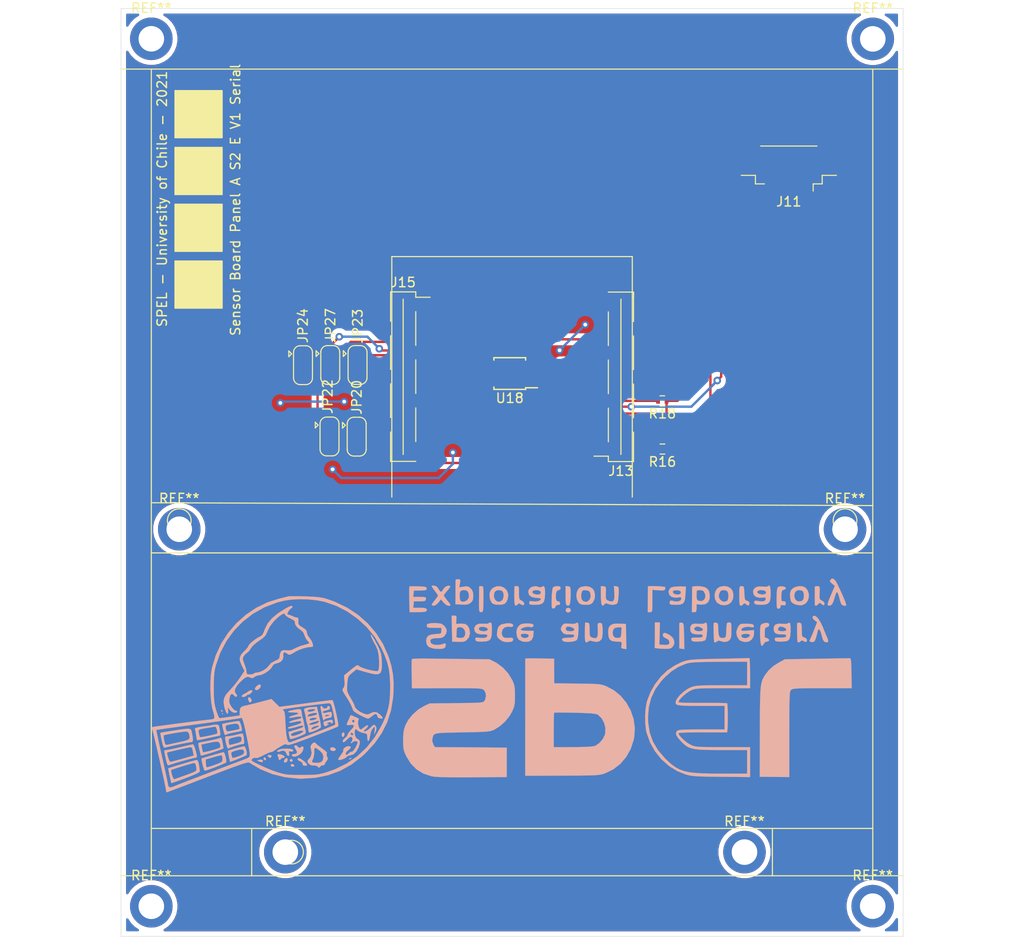
<source format=kicad_pcb>
(kicad_pcb (version 20171130) (host pcbnew "(5.1.2)-2")
  (layers (0 F.Cu signal) (31 B.Cu signal) (34 B.Paste user) (35 F.Paste user) (36 B.SilkS user) (37 F.SilkS user) (38 B.Mask user) (39 F.Mask user) (44 Edge.Cuts user))
  (net 0 "")
  (net 1 RPI_SCL)
  (net 2 RPI_SDA)
  (net 3 GND)
  (net 4 MAG_3V3)
  (net 5 "Net-(J13-Pad5)")
  (net 6 "Net-(J13-Pad6)")
  (net 7 MAG2_BIT0)
  (net 8 MAG2_BIT1)
  (net 9 "Net-(J15-Pad2)")
  (net 10 "Net-(J15-Pad4)")
  (net 11 "Net-(J15-Pad1)")
  (net 12 MAG2_A0)
  (net 13 MAG2_A2)
  (net 14 MAG2_A1)
  (net 15 "Net-(U18-Pad3)")
  (module L86:SPEL_logo (layer B.Cu) (at 161.81 212.48)
    (fp_text reference G*** hide)
    (fp_text value LOGO hide)
  )
  (module Mounting_Holes:MountingHole_2.7mm_M2.5_ISO14580_Pad (layer F.Cu) (at 187.45 230.1)
    (fp_text reference REF** (at 0 -3.25) (layer F.SilkS))
    (fp_text value MountingHole_2.7mm_M2.5_ISO14580_Pad)
    (pad 1 thru_hole circle (at 0 0) (size 4.5 4.5) (drill 2.7) (layers *.Cu *.Mask))
  )
  (module Mounting_Holes:MountingHole_2.7mm_M2.5_ISO14580_Pad (layer F.Cu) (at 138.95 230.1)
    (fp_text reference REF** (at 0 -3.25) (layer F.SilkS))
    (fp_text value MountingHole_2.7mm_M2.5_ISO14580_Pad)
    (pad 1 thru_hole circle (at 0 0) (size 4.5 4.5) (drill 2.7) (layers *.Cu *.Mask))
  )
  (module Mounting_Holes:MountingHole_2.7mm_M2.5_ISO14580_Pad (layer F.Cu) (at 198.07 196)
    (fp_text reference REF** (at 0 -3.25) (layer F.SilkS))
    (fp_text value MountingHole_2.7mm_M2.5_ISO14580_Pad)
    (pad 1 thru_hole circle (at 0 0) (size 4.5 4.5) (drill 2.7) (layers *.Cu *.Mask))
  )
  (module Mounting_Holes:MountingHole_2.7mm_M2.5_ISO14580_Pad (layer F.Cu) (at 127.75 196)
    (fp_text reference REF** (at 0 -3.25) (layer F.SilkS))
    (fp_text value MountingHole_2.7mm_M2.5_ISO14580_Pad)
    (pad 1 thru_hole circle (at 0 0) (size 4.5 4.5) (drill 2.7) (layers *.Cu *.Mask))
  )
  (module Mounting_Holes:MountingHole_2.7mm_M2.5_ISO14580_Pad (layer F.Cu) (at 200.99 235.81)
    (fp_text reference REF** (at 0 -3.25) (layer F.SilkS))
    (fp_text value MountingHole_2.7mm_M2.5_ISO14580_Pad)
    (pad 1 thru_hole circle (at 0 0) (size 4.5 4.5) (drill 2.7) (layers *.Cu *.Mask))
  )
  (module Mounting_Holes:MountingHole_2.7mm_M2.5_ISO14580_Pad (layer F.Cu) (at 124.8 235.82)
    (fp_text reference REF** (at 0 -3.25) (layer F.SilkS))
    (fp_text value MountingHole_2.7mm_M2.5_ISO14580_Pad)
    (pad 1 thru_hole circle (at 0 0) (size 4.5 4.5) (drill 2.7) (layers *.Cu *.Mask))
  )
  (module Mounting_Holes:MountingHole_2.7mm_M2.5_ISO14580_Pad (layer F.Cu) (at 201 144.21)
    (fp_text reference REF** (at 0 -3.25) (layer F.SilkS))
    (fp_text value MountingHole_2.7mm_M2.5_ISO14580_Pad)
    (pad 1 thru_hole circle (at 0 0) (size 4.5 4.5) (drill 2.7) (layers *.Cu *.Mask))
  )
  (module Mounting_Holes:MountingHole_2.7mm_M2.5_ISO14580_Pad (layer F.Cu) (at 124.8 144.2)
    (fp_text reference REF** (at 0 -3.25) (layer F.SilkS))
    (fp_text value MountingHole_2.7mm_M2.5_ISO14580_Pad)
    (pad 1 thru_hole circle (at 0 0) (size 4.5 4.5) (drill 2.7) (layers *.Cu *.Mask))
  )
  (module Connectors_Molex:Molex_PicoBlade_53398-0471_04x1.25mm_Straight (layer F.Cu) (at 192.13 158.15 180)
    (fp_text reference J11 (at 0 -3.25) (layer F.SilkS))
    (fp_text value Conn_01x04_Male)
    (pad 1 smd rect (at -1.875 -1.375 180) (size 0.8 1.5) (layers F.Cu F.Paste F.Mask) (net 3 GND))
    (pad 2 smd rect (at -0.625 -1.375 180) (size 0.8 1.5) (layers F.Cu F.Paste F.Mask) (net 2 RPI_SDA))
    (pad 3 smd rect (at 0.625 -1.375 180) (size 0.8 1.5) (layers F.Cu F.Paste F.Mask) (net 1 RPI_SCL))
    (pad 4 smd rect (at 1.875 -1.375 180) (size 0.8 1.5) (layers F.Cu F.Paste F.Mask) (net 4 MAG_3V3))
    (pad "" smd rect (at -4.375 1.375 180) (size 2.2 3.1) (layers F.Cu F.Paste F.Mask))
    (pad "" smd rect (at 4.375 1.375 180) (size 2.2 3.1) (layers F.Cu F.Paste F.Mask))
  )
  (module Pin_Headers:Pin_Header_Straight_1x07_Pitch2.54mm_SMD_Pin1Right (layer F.Cu) (at 174.4 179.9 180)
    (fp_text reference J13 (at 0 -9.95) (layer F.SilkS))
    (fp_text value Conn_01x07_Female)
    (pad 7 smd rect (at 1.655 7.62 180) (size 2.51 1) (layers F.Cu F.Paste F.Mask) (net 3 GND))
    (pad 5 smd rect (at 1.655 2.54 180) (size 2.51 1) (layers F.Cu F.Paste F.Mask) (net 5 "Net-(J13-Pad5)"))
    (pad 3 smd rect (at 1.655 -2.54 180) (size 2.51 1) (layers F.Cu F.Paste F.Mask) (net 2 RPI_SDA))
    (pad 1 smd rect (at 1.655 -7.62 180) (size 2.51 1) (layers F.Cu F.Paste F.Mask) (net 1 RPI_SCL))
    (pad 6 smd rect (at -1.655 5.08 180) (size 2.51 1) (layers F.Cu F.Paste F.Mask) (net 6 "Net-(J13-Pad6)"))
    (pad 4 smd rect (at -1.655 0 180) (size 2.51 1) (layers F.Cu F.Paste F.Mask) (net 7 MAG2_BIT0))
    (pad 2 smd rect (at -1.655 -5.08 180) (size 2.51 1) (layers F.Cu F.Paste F.Mask) (net 8 MAG2_BIT1))
  )
  (module Pin_Headers:Pin_Header_Straight_1x07_Pitch2.54mm_SMD_Pin1Right (layer F.Cu) (at 151.4 179.88)
    (fp_text reference J15 (at 0 -9.95) (layer F.SilkS))
    (fp_text value Conn_01x07_Female)
    (pad 2 smd rect (at -1.655 -5.08) (size 2.51 1) (layers F.Cu F.Paste F.Mask) (net 9 "Net-(J15-Pad2)"))
    (pad 4 smd rect (at -1.655 0) (size 2.51 1) (layers F.Cu F.Paste F.Mask) (net 10 "Net-(J15-Pad4)"))
    (pad 6 smd rect (at -1.655 5.08) (size 2.51 1) (layers F.Cu F.Paste F.Mask) (net 4 MAG_3V3))
    (pad 1 smd rect (at 1.655 -7.62) (size 2.51 1) (layers F.Cu F.Paste F.Mask) (net 11 "Net-(J15-Pad1)"))
    (pad 3 smd rect (at 1.655 -2.54) (size 2.51 1) (layers F.Cu F.Paste F.Mask) (net 4 MAG_3V3))
    (pad 5 smd rect (at 1.655 2.54) (size 2.51 1) (layers F.Cu F.Paste F.Mask) (net 4 MAG_3V3))
    (pad 7 smd rect (at 1.655 7.62) (size 2.51 1) (layers F.Cu F.Paste F.Mask) (net 3 GND))
  )
  (module Jumper:SolderJumper-3_P1.3mm_Open_RoundedPad1.0x1.5mm (layer F.Cu) (at 146.49 186.22 270)
    (fp_text reference JP20 (at -4.16 -0.01 90) (layer F.SilkS))
    (fp_text value Jumper_3_Open)
    (pad 1 smd custom (at -1.3 0 270) (size 1 0.5) (layers F.Cu F.Mask) (net 4 MAG_3V3) (options (clearance outline) (anchor rect)) (primitives (gr_circle (center 0 0.25) (end 0.5 0.25) (width 0)) (gr_circle (center 0 -0.25) (end 0.5 -0.25) (width 0)) (gr_poly (pts (xy 0.55 -0.75) (xy 0 -0.75) (xy 0 0.75) (xy 0.55 0.75)) (width 0))))
    (pad 3 smd custom (at 1.3 0 270) (size 1 0.5) (layers F.Cu F.Mask) (net 3 GND) (options (clearance outline) (anchor rect)) (primitives (gr_circle (center 0 0.25) (end 0.5 0.25) (width 0)) (gr_circle (center 0 -0.25) (end 0.5 -0.25) (width 0)) (gr_poly (pts (xy -0.55 -0.75) (xy 0 -0.75) (xy 0 0.75) (xy -0.55 0.75)) (width 0))))
    (pad 2 smd rect (at 0 0 270) (size 1 1.5) (layers F.Cu F.Mask) (net 7 MAG2_BIT0))
  )
  (module Jumper:SolderJumper-3_P1.3mm_Open_RoundedPad1.0x1.5mm (layer F.Cu) (at 143.62 186.2 270)
    (fp_text reference JP22 (at -4.21 0.19 90) (layer F.SilkS))
    (fp_text value Jumper_3_Open)
    (pad 2 smd rect (at 0 0 270) (size 1 1.5) (layers F.Cu F.Mask) (net 8 MAG2_BIT1))
    (pad 3 smd custom (at 1.3 0 270) (size 1 0.5) (layers F.Cu F.Mask) (net 3 GND) (options (clearance outline) (anchor rect)) (primitives (gr_circle (center 0 0.25) (end 0.5 0.25) (width 0)) (gr_circle (center 0 -0.25) (end 0.5 -0.25) (width 0)) (gr_poly (pts (xy -0.55 -0.75) (xy 0 -0.75) (xy 0 0.75) (xy -0.55 0.75)) (width 0))))
    (pad 1 smd custom (at -1.3 0 270) (size 1 0.5) (layers F.Cu F.Mask) (net 4 MAG_3V3) (options (clearance outline) (anchor rect)) (primitives (gr_circle (center 0 0.25) (end 0.5 0.25) (width 0)) (gr_circle (center 0 -0.25) (end 0.5 -0.25) (width 0)) (gr_poly (pts (xy 0.55 -0.75) (xy 0 -0.75) (xy 0 0.75) (xy 0.55 0.75)) (width 0))))
  )
  (module Resistors_SMD:R_0402 (layer F.Cu) (at 178.78 187.53 180)
    (fp_text reference R16 (at 0 -1.35) (layer F.SilkS))
    (fp_text value R)
    (pad 2 smd rect (at 0.45 0 180) (size 0.4 0.6) (layers F.Cu F.Paste F.Mask) (net 1 RPI_SCL))
    (pad 1 smd rect (at -0.45 0 180) (size 0.4 0.6) (layers F.Cu F.Paste F.Mask) (net 4 MAG_3V3))
  )
  (module Resistors_SMD:R_0402 (layer F.Cu) (at 178.77 182.44 180)
    (fp_text reference R18 (at 0 -1.35) (layer F.SilkS))
    (fp_text value R)
    (pad 1 smd rect (at -0.45 0 180) (size 0.4 0.6) (layers F.Cu F.Paste F.Mask) (net 4 MAG_3V3))
    (pad 2 smd rect (at 0.45 0 180) (size 0.4 0.6) (layers F.Cu F.Paste F.Mask) (net 2 RPI_SDA))
  )
  (module Jumper:SolderJumper-3_P1.3mm_Open_RoundedPad1.0x1.5mm (layer F.Cu) (at 146.58 178.65 270)
    (fp_text reference JP23 (at -4.1 -0.02 90) (layer F.SilkS))
    (fp_text value Jumper_3_Open)
    (pad 1 smd custom (at -1.3 0 270) (size 1 0.5) (layers F.Cu F.Mask) (net 4 MAG_3V3) (options (clearance outline) (anchor rect)) (primitives (gr_circle (center 0 0.25) (end 0.5 0.25) (width 0)) (gr_circle (center 0 -0.25) (end 0.5 -0.25) (width 0)) (gr_poly (pts (xy 0.55 -0.75) (xy 0 -0.75) (xy 0 0.75) (xy 0.55 0.75)) (width 0))))
    (pad 3 smd custom (at 1.3 0 270) (size 1 0.5) (layers F.Cu F.Mask) (net 3 GND) (options (clearance outline) (anchor rect)) (primitives (gr_circle (center 0 0.25) (end 0.5 0.25) (width 0)) (gr_circle (center 0 -0.25) (end 0.5 -0.25) (width 0)) (gr_poly (pts (xy -0.55 -0.75) (xy 0 -0.75) (xy 0 0.75) (xy -0.55 0.75)) (width 0))))
    (pad 2 smd rect (at 0 0 270) (size 1 1.5) (layers F.Cu F.Mask) (net 12 MAG2_A0))
  )
  (module Jumper:SolderJumper-3_P1.3mm_Open_RoundedPad1.0x1.5mm (layer F.Cu) (at 140.82 178.67 270)
    (fp_text reference JP24 (at -4.17 0.01 90) (layer F.SilkS))
    (fp_text value Jumper_3_Open)
    (pad 2 smd rect (at 0 0 270) (size 1 1.5) (layers F.Cu F.Mask) (net 13 MAG2_A2))
    (pad 3 smd custom (at 1.3 0 270) (size 1 0.5) (layers F.Cu F.Mask) (net 3 GND) (options (clearance outline) (anchor rect)) (primitives (gr_circle (center 0 0.25) (end 0.5 0.25) (width 0)) (gr_circle (center 0 -0.25) (end 0.5 -0.25) (width 0)) (gr_poly (pts (xy -0.55 -0.75) (xy 0 -0.75) (xy 0 0.75) (xy -0.55 0.75)) (width 0))))
    (pad 1 smd custom (at -1.3 0 270) (size 1 0.5) (layers F.Cu F.Mask) (net 4 MAG_3V3) (options (clearance outline) (anchor rect)) (primitives (gr_circle (center 0 0.25) (end 0.5 0.25) (width 0)) (gr_circle (center 0 -0.25) (end 0.5 -0.25) (width 0)) (gr_poly (pts (xy 0.55 -0.75) (xy 0 -0.75) (xy 0 0.75) (xy 0.55 0.75)) (width 0))))
  )
  (module Jumper:SolderJumper-3_P1.3mm_Open_RoundedPad1.0x1.5mm (layer F.Cu) (at 143.7 178.65 270)
    (fp_text reference JP27 (at -4.17 -0.02 90) (layer F.SilkS))
    (fp_text value Jumper_3_Open)
    (pad 1 smd custom (at -1.3 0 270) (size 1 0.5) (layers F.Cu F.Mask) (net 4 MAG_3V3) (options (clearance outline) (anchor rect)) (primitives (gr_circle (center 0 0.25) (end 0.5 0.25) (width 0)) (gr_circle (center 0 -0.25) (end 0.5 -0.25) (width 0)) (gr_poly (pts (xy 0.55 -0.75) (xy 0 -0.75) (xy 0 0.75) (xy 0.55 0.75)) (width 0))))
    (pad 3 smd custom (at 1.3 0 270) (size 1 0.5) (layers F.Cu F.Mask) (net 3 GND) (options (clearance outline) (anchor rect)) (primitives (gr_circle (center 0 0.25) (end 0.5 0.25) (width 0)) (gr_circle (center 0 -0.25) (end 0.5 -0.25) (width 0)) (gr_poly (pts (xy -0.55 -0.75) (xy 0 -0.75) (xy 0 0.75) (xy -0.55 0.75)) (width 0))))
    (pad 2 smd rect (at 0 0 270) (size 1 1.5) (layers F.Cu F.Mask) (net 14 MAG2_A1))
  )
  (module Housings_SSOP:MSOP-8_3x3mm_Pitch0.65mm (layer F.Cu) (at 162.66 179.555 180)
    (fp_text reference U18 (at 0 -2.6) (layer F.SilkS))
    (fp_text value MCP9804_MSOP)
    (pad 1 smd rect (at -2.2 -0.975 180) (size 1.45 0.45) (layers F.Cu F.Paste F.Mask) (net 2 RPI_SDA))
    (pad 2 smd rect (at -2.2 -0.325 180) (size 1.45 0.45) (layers F.Cu F.Paste F.Mask) (net 1 RPI_SCL))
    (pad 3 smd rect (at -2.2 0.325 180) (size 1.45 0.45) (layers F.Cu F.Paste F.Mask) (net 15 "Net-(U18-Pad3)"))
    (pad 4 smd rect (at -2.2 0.975 180) (size 1.45 0.45) (layers F.Cu F.Paste F.Mask) (net 3 GND))
    (pad 5 smd rect (at 2.2 0.975 180) (size 1.45 0.45) (layers F.Cu F.Paste F.Mask) (net 13 MAG2_A2))
    (pad 6 smd rect (at 2.2 0.325 180) (size 1.45 0.45) (layers F.Cu F.Paste F.Mask) (net 14 MAG2_A1))
    (pad 7 smd rect (at 2.2 -0.325 180) (size 1.45 0.45) (layers F.Cu F.Paste F.Mask) (net 12 MAG2_A0))
    (pad 8 smd rect (at 2.2 -0.975 180) (size 1.45 0.45) (layers F.Cu F.Paste F.Mask) (net 4 MAG_3V3))
  )
  (gr_poly (pts (xy 127.29 161.66) (xy 132.29 161.66) (xy 132.29 166.66) (xy 127.29 166.66)) (layer F.SilkS) (width 0.1))
  (gr_poly (pts (xy 127.29 155.66) (xy 132.29 155.66) (xy 132.29 160.66) (xy 127.29 160.66)) (layer F.SilkS) (width 0.1))
  (gr_poly (pts (xy 127.29 167.66) (xy 132.29 167.66) (xy 132.29 172.66) (xy 127.29 172.66)) (layer F.SilkS) (width 0.1))
  (gr_poly (pts (xy 127.29 149.66) (xy 132.29 149.66) (xy 132.29 154.66) (xy 127.29 154.66)) (layer F.SilkS) (width 0.1))
  (gr_text "SPEL - University of Chile - 2021" (at 125.94 161.11 90) (layer F.SilkS) (effects (font (size 1 1))))
  (gr_text "Sensor Board Panel A S2 E V1 Serial" (at 133.69 161.21 90) (layer F.SilkS) (effects (font (size 1 1))))
  (gr_line (start 190.4 227.6) (end 190.4 232.6) (layer F.SilkS) (width 0.12))
  (gr_line (start 135.4 227.6) (end 135.4 232.6) (layer F.SilkS) (width 0.12))
  (gr_circle (center 139.61 230.1) (end 140.86 230.1) (layer F.SilkS) (width 0.12))
  (gr_circle (center 187.44 230.1) (end 188.69 230.1) (layer F.SilkS) (width 0.12))
  (gr_line (start 151.4 188.099978) (end 151.4 171.7) (layer F.SilkS) (width 0.12))
  (gr_line (start 174.4 188.1) (end 174.4 171.7) (layer F.SilkS) (width 0.12))
  (gr_line (start 175.6 167.2) (end 150.2 167.2) (layer F.SilkS) (width 0.12))
  (gr_line (start 150.2 192.6) (end 150.2 167.2) (layer F.SilkS) (width 0.12))
  (gr_line (start 175.6 192.6) (end 175.6 167.2) (layer F.SilkS) (width 0.12))
  (gr_circle (center 127.75 195.09) (end 129 195.09) (layer F.SilkS) (width 0.12))
  (gr_circle (center 198.07 195.089967) (end 196.82 195.08) (layer F.SilkS) (width 0.12))
  (gr_line (start 201 198.5) (end 124.8 198.5) (layer F.SilkS) (width 0.12))
  (gr_line (start 201 227.6) (end 124.8 227.6) (layer F.SilkS) (width 0.12))
  (gr_line (start 201 193.5) (end 124.8 193.2) (layer F.SilkS) (width 0.12))
  (gr_circle (center 201 235.8) (end 202.25 235.8) (layer F.SilkS) (width 0.12))
  (gr_circle (center 124.8 235.8) (end 126.05 235.8) (layer F.SilkS) (width 0.12))
  (gr_line (start 204.2 239) (end 121.6 239) (layer Edge.Cuts) (width 0.05))
  (gr_circle (center 124.8 144.2) (end 126.05 144.2) (layer F.SilkS) (width 0.12))
  (gr_circle (center 201 144.2) (end 202.25 144.2) (layer F.SilkS) (width 0.12))
  (gr_line (start 204.2 141) (end 204.2 239) (layer Edge.Cuts) (width 0.05))
  (gr_line (start 121.6 239) (end 121.6 141) (layer Edge.Cuts) (width 0.05))
  (gr_line (start 121.6 141) (end 204.2 141) (layer Edge.Cuts) (width 0.05))
  (gr_line (start 201 147.4) (end 201 232.6) (layer F.SilkS) (width 0.12))
  (gr_line (start 124.8 232.6) (end 124.8 147.4) (layer F.SilkS) (width 0.12))
  (gr_line (start 121.6 232.6) (end 204.2 232.6) (layer F.SilkS) (width 0.12))
  (gr_line (start 204.2 147.4) (end 121.6 147.4) (layer F.SilkS) (width 0.12))
  (segment (start 178.32 187.52) (end 178.33 187.53) (width 0.25) (layer F.Cu) (net 1))
  (segment (start 172.745 187.52) (end 178.32 187.52) (width 0.25) (layer F.Cu) (net 1))
  (segment (start 174.42 186.31) (end 173.21 187.52) (width 0.25) (layer F.Cu) (net 1))
  (segment (start 177.85 186.31) (end 174.42 186.31) (width 0.25) (layer F.Cu) (net 1))
  (segment (start 178.34 185.82) (end 177.85 186.31) (width 0.25) (layer F.Cu) (net 1))
  (segment (start 178.34 184.29) (end 178.34 185.82) (width 0.25) (layer F.Cu) (net 1))
  (segment (start 165.92 181.44) (end 168.285001 179.074999) (width 0.25) (layer F.Cu) (net 1))
  (segment (start 163.77 181.44) (end 165.92 181.44) (width 0.25) (layer F.Cu) (net 1))
  (segment (start 163.34 180.36) (end 163.34 181.01) (width 0.25) (layer F.Cu) (net 1))
  (segment (start 178.17 179.39) (end 178.17 180.52) (width 0.25) (layer F.Cu) (net 1))
  (segment (start 164.86 179.88) (end 163.82 179.88) (width 0.25) (layer F.Cu) (net 1))
  (segment (start 168.285001 179.074999) (end 177.854999 179.074999) (width 0.25) (layer F.Cu) (net 1))
  (segment (start 163.82 179.88) (end 163.34 180.36) (width 0.25) (layer F.Cu) (net 1))
  (segment (start 178.17 180.52) (end 177.75001 180.93999) (width 0.25) (layer F.Cu) (net 1))
  (segment (start 177.854999 179.074999) (end 178.17 179.39) (width 0.25) (layer F.Cu) (net 1))
  (segment (start 177.75001 180.93999) (end 171.21001 180.93999) (width 0.25) (layer F.Cu) (net 1))
  (segment (start 171.21001 180.93999) (end 170.4 181.75) (width 0.25) (layer F.Cu) (net 1))
  (segment (start 171.24 183.78) (end 177.83 183.78) (width 0.25) (layer F.Cu) (net 1))
  (segment (start 173.21 187.52) (end 172.745 187.52) (width 0.25) (layer F.Cu) (net 1))
  (segment (start 170.4 181.75) (end 170.4 182.94) (width 0.25) (layer F.Cu) (net 1))
  (segment (start 170.4 182.94) (end 171.24 183.78) (width 0.25) (layer F.Cu) (net 1))
  (segment (start 163.34 181.01) (end 163.77 181.44) (width 0.25) (layer F.Cu) (net 1))
  (segment (start 177.83 183.78) (end 178.34 184.29) (width 0.25) (layer F.Cu) (net 1))
  (segment (start 191.505 160.745) (end 191.505 159.525) (width 0.25) (layer F.Cu) (net 1))
  (segment (start 172.745 188.785) (end 173.81 189.85) (width 0.25) (layer F.Cu) (net 1))
  (segment (start 172.745 187.52) (end 172.745 188.785) (width 0.25) (layer F.Cu) (net 1))
  (segment (start 173.81 189.85) (end 179.53 189.85) (width 0.25) (layer F.Cu) (net 1))
  (segment (start 179.53 189.85) (end 183.85 185.53) (width 0.25) (layer F.Cu) (net 1))
  (segment (start 183.85 185.53) (end 183.85 168.4) (width 0.25) (layer F.Cu) (net 1))
  (segment (start 183.85 168.4) (end 191.505 160.745) (width 0.25) (layer F.Cu) (net 1))
  (segment (start 165.835 180.53) (end 164.86 180.53) (width 0.25) (layer F.Cu) (net 2))
  (segment (start 167.985 178.38) (end 165.835 180.53) (width 0.25) (layer F.Cu) (net 2))
  (segment (start 173.135 182.05) (end 177.276411 182.05) (width 0.25) (layer F.Cu) (net 2))
  (segment (start 172.745 182.44) (end 173.135 182.05) (width 0.25) (layer F.Cu) (net 2))
  (segment (start 177.276411 182.05) (end 178.66 180.666411) (width 0.25) (layer F.Cu) (net 2))
  (segment (start 178.66 180.666411) (end 178.66 179.14) (width 0.25) (layer F.Cu) (net 2))
  (segment (start 178.66 179.14) (end 177.9 178.38) (width 0.25) (layer F.Cu) (net 2))
  (segment (start 177.9 178.38) (end 167.985 178.38) (width 0.25) (layer F.Cu) (net 2))
  (segment (start 172.745 182.44) (end 178.32 182.44) (width 0.25) (layer F.Cu) (net 2))
  (segment (start 192.755 160.525) (end 192.76 160.53) (width 0.25) (layer F.Cu) (net 2))
  (segment (start 192.755 159.525) (end 192.755 160.525) (width 0.25) (layer F.Cu) (net 2))
  (segment (start 192.76 160.53) (end 192.76 160.98) (width 0.25) (layer F.Cu) (net 2))
  (segment (start 192.76 160.98) (end 184.99 168.75) (width 0.25) (layer F.Cu) (net 2))
  (via (at 184.575 180.29) (size 0.8) (drill 0.4) (layers F.Cu B.Cu) (net 2))
  (segment (start 184.99 168.75) (end 184.99 179.875) (width 0.25) (layer F.Cu) (net 2))
  (segment (start 184.99 179.875) (end 184.575 180.29) (width 0.25) (layer F.Cu) (net 2))
  (segment (start 184.175001 180.689999) (end 184.175001 180.714999) (width 0.25) (layer B.Cu) (net 2))
  (segment (start 184.575 180.29) (end 184.175001 180.689999) (width 0.25) (layer B.Cu) (net 2))
  (via (at 175.49 183.055) (size 0.8) (drill 0.4) (layers F.Cu B.Cu) (net 2))
  (segment (start 184.175001 180.714999) (end 181.835 183.055) (width 0.25) (layer B.Cu) (net 2))
  (segment (start 181.835 183.055) (end 175.49 183.055) (width 0.25) (layer B.Cu) (net 2))
  (segment (start 173.36 183.055) (end 172.745 182.44) (width 0.25) (layer F.Cu) (net 2))
  (segment (start 175.49 183.055) (end 173.36 183.055) (width 0.25) (layer F.Cu) (net 2))
  (via (at 145.17 182.52) (size 0.8) (drill 0.4) (layers F.Cu B.Cu) (net 3))
  (via (at 138.43 182.66) (size 0.8) (drill 0.4) (layers F.Cu B.Cu) (net 3))
  (segment (start 143.7 181.05) (end 145.17 182.52) (width 0.25) (layer F.Cu) (net 3))
  (segment (start 143.7 179.95) (end 143.7 181.05) (width 0.25) (layer F.Cu) (net 3))
  (segment (start 138.57 182.52) (end 138.43 182.66) (width 0.25) (layer B.Cu) (net 3))
  (segment (start 145.17 182.52) (end 138.57 182.52) (width 0.25) (layer B.Cu) (net 3))
  (via (at 156.65 187.89) (size 0.8) (drill 0.4) (layers F.Cu B.Cu) (net 3))
  (segment (start 153.055 187.5) (end 156.26 187.5) (width 0.25) (layer F.Cu) (net 3))
  (segment (start 156.26 187.5) (end 156.65 187.89) (width 0.25) (layer F.Cu) (net 3))
  (segment (start 156.65 187.89) (end 156.65 188.455685) (width 0.25) (layer B.Cu) (net 3))
  (segment (start 156.65 188.455685) (end 156.65 189.1) (width 0.25) (layer B.Cu) (net 3))
  (segment (start 156.65 189.1) (end 155.16 190.59) (width 0.25) (layer B.Cu) (net 3))
  (via (at 143.95 189.67) (size 0.8) (drill 0.4) (layers F.Cu B.Cu) (net 3))
  (segment (start 155.16 190.59) (end 144.87 190.59) (width 0.25) (layer B.Cu) (net 3))
  (segment (start 144.87 190.59) (end 143.95 189.67) (width 0.25) (layer B.Cu) (net 3))
  (segment (start 143.95 187.83) (end 143.62 187.5) (width 0.25) (layer F.Cu) (net 3))
  (segment (start 143.95 189.67) (end 143.95 187.83) (width 0.25) (layer F.Cu) (net 3))
  (via (at 167.92 177.1) (size 0.8) (drill 0.4) (layers F.Cu B.Cu) (net 3))
  (segment (start 164.86 178.58) (end 166.44 178.58) (width 0.25) (layer F.Cu) (net 3))
  (segment (start 166.44 178.58) (end 167.92 177.1) (width 0.25) (layer F.Cu) (net 3))
  (segment (start 167.92 177.1) (end 168.319999 176.700001) (width 0.25) (layer B.Cu) (net 3))
  (via (at 170.63 174.39) (size 0.8) (drill 0.4) (layers F.Cu B.Cu) (net 3))
  (segment (start 168.319999 176.700001) (end 170.63 174.39) (width 0.25) (layer B.Cu) (net 3))
  (segment (start 172.74 172.28) (end 172.745 172.28) (width 0.25) (layer F.Cu) (net 3))
  (segment (start 170.63 174.39) (end 172.74 172.28) (width 0.25) (layer F.Cu) (net 3))
  (segment (start 143.68 177.37) (end 143.7 177.35) (width 0.25) (layer F.Cu) (net 4))
  (segment (start 140.82 177.37) (end 143.68 177.37) (width 0.25) (layer F.Cu) (net 4))
  (segment (start 146.47 184.9) (end 146.49 184.92) (width 0.25) (layer F.Cu) (net 4))
  (segment (start 143.62 184.9) (end 146.47 184.9) (width 0.25) (layer F.Cu) (net 4))
  (segment (start 149.705 184.92) (end 149.745 184.96) (width 0.25) (layer F.Cu) (net 4))
  (segment (start 146.49 184.92) (end 149.705 184.92) (width 0.25) (layer F.Cu) (net 4))
  (segment (start 153.055 182.42) (end 156.66 182.42) (width 0.25) (layer F.Cu) (net 4))
  (segment (start 158.55 180.53) (end 160.46 180.53) (width 0.25) (layer F.Cu) (net 4))
  (segment (start 156.66 182.42) (end 158.55 180.53) (width 0.25) (layer F.Cu) (net 4))
  (segment (start 151.25 184.96) (end 149.745 184.96) (width 0.25) (layer F.Cu) (net 4))
  (segment (start 151.265 184.96) (end 151.25 184.96) (width 0.25) (layer F.Cu) (net 4))
  (segment (start 153.055 183.17) (end 151.265 184.96) (width 0.25) (layer F.Cu) (net 4))
  (segment (start 153.055 182.42) (end 153.055 183.17) (width 0.25) (layer F.Cu) (net 4))
  (segment (start 143.164998 177.35) (end 142.36 178.154998) (width 0.25) (layer F.Cu) (net 4))
  (segment (start 143.7 177.35) (end 143.164998 177.35) (width 0.25) (layer F.Cu) (net 4))
  (segment (start 142.36 183.64) (end 143.62 184.9) (width 0.25) (layer F.Cu) (net 4))
  (segment (start 142.36 178.154998) (end 142.36 183.64) (width 0.25) (layer F.Cu) (net 4))
  (via (at 144.65 175.67) (size 0.8) (drill 0.4) (layers F.Cu B.Cu) (net 4))
  (segment (start 143.7 177.35) (end 143.7 176.62) (width 0.25) (layer F.Cu) (net 4))
  (segment (start 143.7 176.62) (end 144.65 175.67) (width 0.25) (layer F.Cu) (net 4))
  (via (at 148.88 176.935) (size 0.8) (drill 0.4) (layers F.Cu B.Cu) (net 4))
  (segment (start 148.88 176.92) (end 148.88 176.935) (width 0.25) (layer B.Cu) (net 4))
  (segment (start 147.62 175.66) (end 148.88 176.92) (width 0.25) (layer B.Cu) (net 4))
  (segment (start 144.65 175.67) (end 144.66 175.66) (width 0.25) (layer B.Cu) (net 4))
  (segment (start 144.66 175.66) (end 147.62 175.66) (width 0.25) (layer B.Cu) (net 4))
  (segment (start 152.835 177.12) (end 153.055 177.34) (width 0.25) (layer F.Cu) (net 4))
  (segment (start 148.88 176.935) (end 149.065 177.12) (width 0.25) (layer F.Cu) (net 4))
  (segment (start 149.065 177.12) (end 152.835 177.12) (width 0.25) (layer F.Cu) (net 4))
  (segment (start 152.775 177.62) (end 153.055 177.34) (width 0.25) (layer F.Cu) (net 4))
  (segment (start 146.58 177.35) (end 146.85 177.62) (width 0.25) (layer F.Cu) (net 4))
  (segment (start 146.85 177.62) (end 152.775 177.62) (width 0.25) (layer F.Cu) (net 4))
  (segment (start 179.22 187.52) (end 179.23 187.53) (width 0.25) (layer F.Cu) (net 4))
  (segment (start 179.22 182.44) (end 179.22 187.52) (width 0.25) (layer F.Cu) (net 4))
  (segment (start 179.22 181.89) (end 179.22 182.44) (width 0.25) (layer F.Cu) (net 4))
  (segment (start 179.22 178.58) (end 179.22 181.89) (width 0.25) (layer F.Cu) (net 4))
  (segment (start 161.435 180.53) (end 161.9 180.065) (width 0.25) (layer F.Cu) (net 4))
  (segment (start 161.9 180.065) (end 161.9 178.21) (width 0.25) (layer F.Cu) (net 4))
  (segment (start 161.9 178.21) (end 164.17 175.94) (width 0.25) (layer F.Cu) (net 4))
  (segment (start 164.17 175.94) (end 176.58 175.94) (width 0.25) (layer F.Cu) (net 4))
  (segment (start 160.46 180.53) (end 161.435 180.53) (width 0.25) (layer F.Cu) (net 4))
  (segment (start 176.58 175.94) (end 179.22 178.58) (width 0.25) (layer F.Cu) (net 4))
  (segment (start 180.37 182.44) (end 179.22 182.44) (width 0.25) (layer F.Cu) (net 4))
  (segment (start 182.52 180.29) (end 180.37 182.44) (width 0.25) (layer F.Cu) (net 4))
  (segment (start 182.52 168.26) (end 182.52 180.29) (width 0.25) (layer F.Cu) (net 4))
  (segment (start 190.255 159.525) (end 190.255 160.525) (width 0.25) (layer F.Cu) (net 4))
  (segment (start 190.255 160.525) (end 182.52 168.26) (width 0.25) (layer F.Cu) (net 4))
  (segment (start 168.56 179.9) (end 176.055 179.9) (width 0.25) (layer F.Cu) (net 7))
  (segment (start 146.49 186.22) (end 162.24 186.22) (width 0.25) (layer F.Cu) (net 7))
  (segment (start 162.24 186.22) (end 168.56 179.9) (width 0.25) (layer F.Cu) (net 7))
  (segment (start 144.62 186.2) (end 143.62 186.2) (width 0.25) (layer F.Cu) (net 8))
  (segment (start 165.95 184.98) (end 161.93 189) (width 0.25) (layer F.Cu) (net 8))
  (segment (start 176.055 184.98) (end 165.95 184.98) (width 0.25) (layer F.Cu) (net 8))
  (segment (start 161.93 189) (end 146.15 189) (width 0.25) (layer F.Cu) (net 8))
  (segment (start 146.15 189) (end 145.02 187.87) (width 0.25) (layer F.Cu) (net 8))
  (segment (start 145.02 187.87) (end 145.02 186.6) (width 0.25) (layer F.Cu) (net 8))
  (segment (start 145.02 186.6) (end 144.62 186.2) (width 0.25) (layer F.Cu) (net 8))
  (segment (start 159.485 179.88) (end 160.46 179.88) (width 0.25) (layer F.Cu) (net 12))
  (segment (start 152.08359 179.88) (end 159.485 179.88) (width 0.25) (layer F.Cu) (net 12))
  (segment (start 150.85359 178.65) (end 152.08359 179.88) (width 0.25) (layer F.Cu) (net 12))
  (segment (start 146.58 178.65) (end 150.85359 178.65) (width 0.25) (layer F.Cu) (net 12))
  (segment (start 159.485 178.58) (end 160.46 178.58) (width 0.25) (layer F.Cu) (net 13))
  (segment (start 140.360364 178.67) (end 139.56 177.869636) (width 0.25) (layer F.Cu) (net 13))
  (segment (start 140.82 178.67) (end 140.360364 178.67) (width 0.25) (layer F.Cu) (net 13))
  (segment (start 139.56 177.869636) (end 139.56 176.53) (width 0.25) (layer F.Cu) (net 13))
  (segment (start 139.56 176.53) (end 142.5 173.59) (width 0.25) (layer F.Cu) (net 13))
  (segment (start 142.5 173.59) (end 154.495 173.59) (width 0.25) (layer F.Cu) (net 13))
  (segment (start 154.495 173.59) (end 159.485 178.58) (width 0.25) (layer F.Cu) (net 13))
  (segment (start 159.485 179.23) (end 160.46 179.23) (width 0.25) (layer F.Cu) (net 14))
  (segment (start 157.54 179.23) (end 159.485 179.23) (width 0.25) (layer F.Cu) (net 14))
  (segment (start 144.3 178.65) (end 145.01 177.94) (width 0.25) (layer F.Cu) (net 14))
  (segment (start 143.7 178.65) (end 144.3 178.65) (width 0.25) (layer F.Cu) (net 14))
  (segment (start 145.01 177.94) (end 145.01 177.06) (width 0.25) (layer F.Cu) (net 14))
  (segment (start 145.01 177.06) (end 145.86 176.21) (width 0.25) (layer F.Cu) (net 14))
  (segment (start 145.86 176.21) (end 154.52 176.21) (width 0.25) (layer F.Cu) (net 14))
  (segment (start 154.52 176.21) (end 157.54 179.23) (width 0.25) (layer F.Cu) (net 14))
  (zone (net 3) (net_name GND) (layer F.Cu) (connect_pads (clearance 0.508)) (min_thickness 0.254) (fill yes (arc_segments 32) (thermal_gap 0.508) (thermal_bridge_width 0.508))
    (polygon (pts (xy 121.57 239.03) (xy 204.23 239.03) (xy 204.23 140.97) (xy 121.57 140.97)))
  )
  (zone (net 0) (net_name "") (layer B.Cu) (connect_pads (clearance 0.508)) (min_thickness 0.254) (fill yes (arc_segments 32) (thermal_gap 0.508) (thermal_bridge_width 0.508))
    (polygon (pts (xy 121.57 140.97) (xy 204.23 140.97) (xy 204.23 239.03) (xy 121.57 239.03)))
  )
)
</source>
